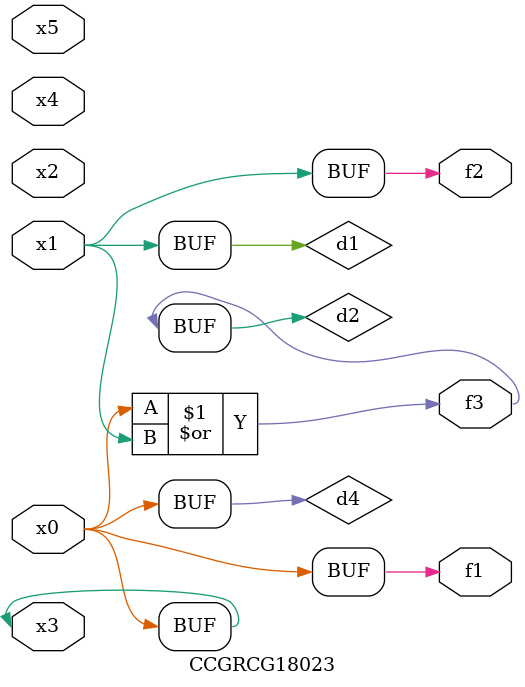
<source format=v>
module CCGRCG18023(
	input x0, x1, x2, x3, x4, x5,
	output f1, f2, f3
);

	wire d1, d2, d3, d4;

	and (d1, x1);
	or (d2, x0, x1);
	nand (d3, x0, x5);
	buf (d4, x0, x3);
	assign f1 = d4;
	assign f2 = d1;
	assign f3 = d2;
endmodule

</source>
